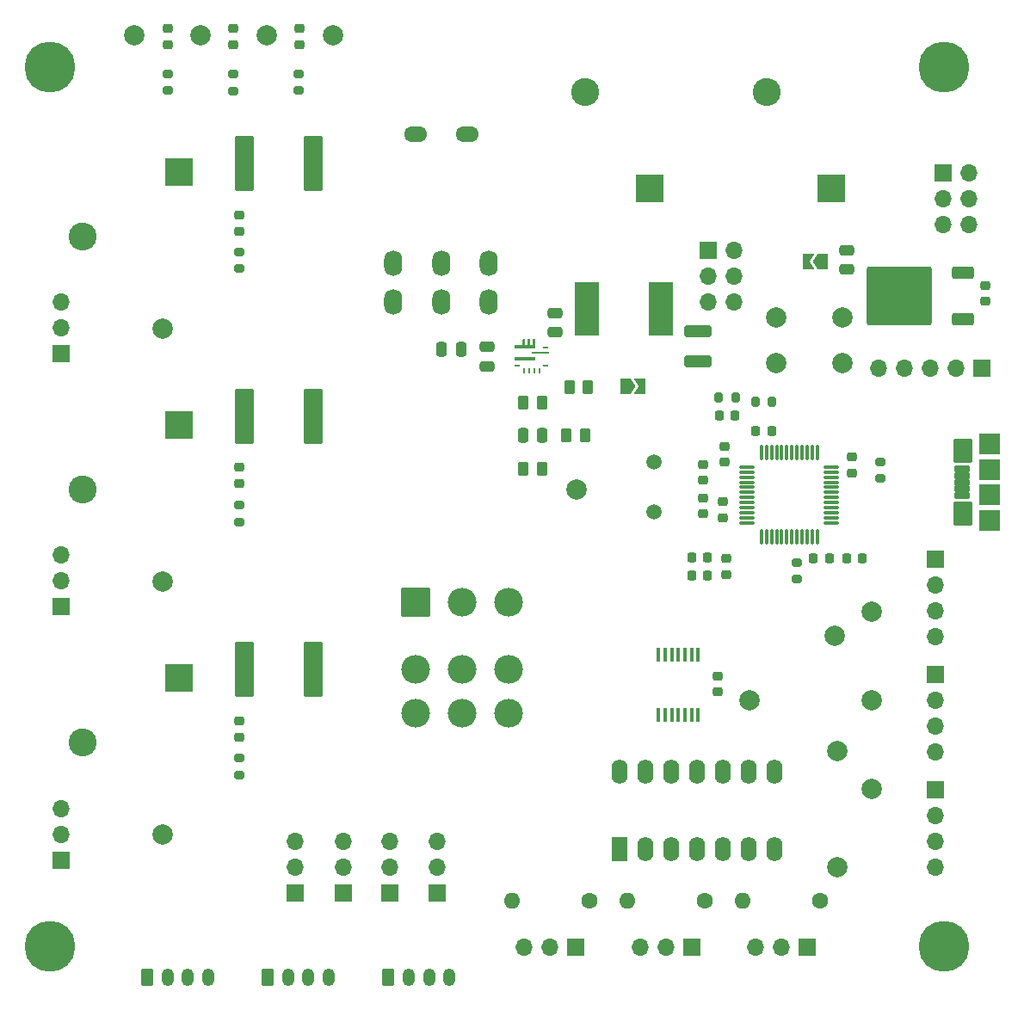
<source format=gbr>
%TF.GenerationSoftware,KiCad,Pcbnew,8.0.0*%
%TF.CreationDate,2024-04-09T16:31:16-05:00*%
%TF.ProjectId,MainBoardv2,4d61696e-426f-4617-9264-76322e6b6963,rev?*%
%TF.SameCoordinates,Original*%
%TF.FileFunction,Soldermask,Top*%
%TF.FilePolarity,Negative*%
%FSLAX46Y46*%
G04 Gerber Fmt 4.6, Leading zero omitted, Abs format (unit mm)*
G04 Created by KiCad (PCBNEW 8.0.0) date 2024-04-09 16:31:16*
%MOMM*%
%LPD*%
G01*
G04 APERTURE LIST*
G04 Aperture macros list*
%AMRoundRect*
0 Rectangle with rounded corners*
0 $1 Rounding radius*
0 $2 $3 $4 $5 $6 $7 $8 $9 X,Y pos of 4 corners*
0 Add a 4 corners polygon primitive as box body*
4,1,4,$2,$3,$4,$5,$6,$7,$8,$9,$2,$3,0*
0 Add four circle primitives for the rounded corners*
1,1,$1+$1,$2,$3*
1,1,$1+$1,$4,$5*
1,1,$1+$1,$6,$7*
1,1,$1+$1,$8,$9*
0 Add four rect primitives between the rounded corners*
20,1,$1+$1,$2,$3,$4,$5,0*
20,1,$1+$1,$4,$5,$6,$7,0*
20,1,$1+$1,$6,$7,$8,$9,0*
20,1,$1+$1,$8,$9,$2,$3,0*%
%AMFreePoly0*
4,1,6,1.000000,0.000000,0.500000,-0.750000,-0.500000,-0.750000,-0.500000,0.750000,0.500000,0.750000,1.000000,0.000000,1.000000,0.000000,$1*%
%AMFreePoly1*
4,1,6,0.500000,-0.750000,-0.650000,-0.750000,-0.150000,0.000000,-0.650000,0.750000,0.500000,0.750000,0.500000,-0.750000,0.500000,-0.750000,$1*%
%AMFreePoly2*
4,1,23,1.050001,-0.200000,0.225001,-0.200000,0.225001,-0.699998,0.175001,-0.749998,0.025001,-0.749998,-0.024999,-0.699998,-0.024999,-0.200000,-0.274998,-0.200000,-0.274998,-0.699998,-0.324998,-0.749998,-0.474998,-0.749998,-0.524998,-0.699998,-0.524998,-0.200000,-0.775000,-0.200000,-0.775000,-0.699998,-0.825000,-0.749998,-0.975000,-0.749998,-1.025000,-0.699998,-1.025000,-0.200000,-1.050000,-0.200000,
-1.050000,0.199999,1.050001,0.199999,1.050001,-0.200000,1.050001,-0.200000,$1*%
G04 Aperture macros list end*
%ADD10C,2.000000*%
%ADD11RoundRect,0.200000X-0.275000X0.200000X-0.275000X-0.200000X0.275000X-0.200000X0.275000X0.200000X0*%
%ADD12R,1.700000X1.700000*%
%ADD13O,1.700000X1.700000*%
%ADD14RoundRect,0.250000X0.250000X0.475000X-0.250000X0.475000X-0.250000X-0.475000X0.250000X-0.475000X0*%
%ADD15RoundRect,0.225000X0.225000X0.250000X-0.225000X0.250000X-0.225000X-0.250000X0.225000X-0.250000X0*%
%ADD16C,5.000000*%
%ADD17RoundRect,0.102000X1.314450X1.314450X-1.314450X1.314450X-1.314450X-1.314450X1.314450X-1.314450X0*%
%ADD18C,2.832900*%
%ADD19C,1.500000*%
%ADD20RoundRect,0.218750X0.256250X-0.218750X0.256250X0.218750X-0.256250X0.218750X-0.256250X-0.218750X0*%
%ADD21RoundRect,0.200000X-0.200000X-0.275000X0.200000X-0.275000X0.200000X0.275000X-0.200000X0.275000X0*%
%ADD22RoundRect,0.250000X-0.350000X-0.625000X0.350000X-0.625000X0.350000X0.625000X-0.350000X0.625000X0*%
%ADD23O,1.200000X1.750000*%
%ADD24RoundRect,0.102000X-1.275000X1.275000X-1.275000X-1.275000X1.275000X-1.275000X1.275000X1.275000X0*%
%ADD25C,2.754000*%
%ADD26RoundRect,0.225000X-0.225000X-0.250000X0.225000X-0.250000X0.225000X0.250000X-0.225000X0.250000X0*%
%ADD27RoundRect,0.225000X0.250000X-0.225000X0.250000X0.225000X-0.250000X0.225000X-0.250000X-0.225000X0*%
%ADD28RoundRect,0.250000X0.850000X0.350000X-0.850000X0.350000X-0.850000X-0.350000X0.850000X-0.350000X0*%
%ADD29RoundRect,0.249997X2.950003X2.650003X-2.950003X2.650003X-2.950003X-2.650003X2.950003X-2.650003X0*%
%ADD30RoundRect,0.250000X-0.262500X-0.450000X0.262500X-0.450000X0.262500X0.450000X-0.262500X0.450000X0*%
%ADD31RoundRect,0.075000X-0.662500X-0.075000X0.662500X-0.075000X0.662500X0.075000X-0.662500X0.075000X0*%
%ADD32RoundRect,0.075000X-0.075000X-0.662500X0.075000X-0.662500X0.075000X0.662500X-0.075000X0.662500X0*%
%ADD33RoundRect,0.250000X0.262500X0.450000X-0.262500X0.450000X-0.262500X-0.450000X0.262500X-0.450000X0*%
%ADD34C,1.600000*%
%ADD35O,1.600000X1.600000*%
%ADD36FreePoly0,180.000000*%
%ADD37FreePoly1,180.000000*%
%ADD38RoundRect,0.225000X-0.250000X0.225000X-0.250000X-0.225000X0.250000X-0.225000X0.250000X0.225000X0*%
%ADD39R,1.600000X2.400000*%
%ADD40O,1.600000X2.400000*%
%ADD41R,2.413000X5.334000*%
%ADD42R,0.355600X1.409700*%
%ADD43RoundRect,0.250000X-1.100000X0.325000X-1.100000X-0.325000X1.100000X-0.325000X1.100000X0.325000X0*%
%ADD44RoundRect,0.102000X1.275000X1.275000X-1.275000X1.275000X-1.275000X-1.275000X1.275000X-1.275000X0*%
%ADD45RoundRect,0.250000X0.475000X-0.250000X0.475000X0.250000X-0.475000X0.250000X-0.475000X-0.250000X0*%
%ADD46RoundRect,0.250000X-0.712500X-2.475000X0.712500X-2.475000X0.712500X2.475000X-0.712500X2.475000X0*%
%ADD47O,1.778000X2.540000*%
%ADD48O,2.286000X1.524000*%
%ADD49RoundRect,0.250000X-0.475000X0.250000X-0.475000X-0.250000X0.475000X-0.250000X0.475000X0.250000X0*%
%ADD50FreePoly0,0.000000*%
%ADD51FreePoly1,0.000000*%
%ADD52RoundRect,0.200000X0.200000X0.275000X-0.200000X0.275000X-0.200000X-0.275000X0.200000X-0.275000X0*%
%ADD53R,0.249999X0.599999*%
%ADD54R,0.599999X0.249999*%
%ADD55R,1.699999X0.249999*%
%ADD56FreePoly2,180.000000*%
%ADD57R,2.100001X0.399999*%
%ADD58RoundRect,0.102000X0.675000X-0.200000X0.675000X0.200000X-0.675000X0.200000X-0.675000X-0.200000X0*%
%ADD59RoundRect,0.102000X0.800000X-1.050000X0.800000X1.050000X-0.800000X1.050000X-0.800000X-1.050000X0*%
%ADD60RoundRect,0.102000X0.950000X-0.900000X0.950000X0.900000X-0.950000X0.900000X-0.950000X-0.900000X0*%
%ADD61RoundRect,0.102000X0.950000X-0.950000X0.950000X0.950000X-0.950000X0.950000X-0.950000X-0.950000X0*%
G04 APERTURE END LIST*
D10*
%TO.C,TP3*%
X174000000Y-109200000D03*
%TD*%
D11*
%TO.C,R9*%
X115380000Y-96375000D03*
X115380000Y-98025000D03*
%TD*%
D12*
%TO.C,J9*%
X183875000Y-124380000D03*
D13*
X183875000Y-126920000D03*
X183875000Y-129460000D03*
X183875000Y-132000000D03*
%TD*%
D14*
%TO.C,Cin1*%
X137200000Y-81000000D03*
X135300000Y-81000000D03*
%TD*%
D15*
%TO.C,C3*%
X161475000Y-103250000D03*
X159925000Y-103250000D03*
%TD*%
D16*
%TO.C,H2*%
X184750000Y-53250000D03*
%TD*%
%TO.C,H3*%
X96750000Y-139750000D03*
%TD*%
D17*
%TO.C,SW3*%
X132705200Y-105946800D03*
D18*
X137302600Y-105946800D03*
X141900000Y-105946800D03*
X132705200Y-112500000D03*
X137302600Y-112500000D03*
X141900000Y-112500000D03*
X132705200Y-116868800D03*
X137302600Y-116868800D03*
X141900000Y-116868800D03*
%TD*%
D19*
%TO.C,Y1*%
X156175000Y-92150000D03*
X156175000Y-97030000D03*
%TD*%
D10*
%TO.C,TP5*%
X177600000Y-115600000D03*
%TD*%
D11*
%TO.C,R3*%
X108325001Y-53905000D03*
X108325001Y-55555000D03*
%TD*%
D15*
%TO.C,C6*%
X173450000Y-101600000D03*
X171900000Y-101600000D03*
%TD*%
D16*
%TO.C,H1*%
X96750000Y-53250000D03*
%TD*%
D20*
%TO.C,D3*%
X108325001Y-51017500D03*
X108325001Y-49442500D03*
%TD*%
D21*
%TO.C,R5*%
X162550000Y-85800000D03*
X164200000Y-85800000D03*
%TD*%
D12*
%TO.C,J11*%
X134900000Y-134500000D03*
D13*
X134900000Y-131960000D03*
X134900000Y-129420000D03*
%TD*%
D22*
%TO.C,J15*%
X118200000Y-142800000D03*
D23*
X120200000Y-142800000D03*
X122200000Y-142800000D03*
X124200000Y-142800000D03*
%TD*%
D12*
%TO.C,J13*%
X97875000Y-106375000D03*
D13*
X97875000Y-103835000D03*
X97875000Y-101295000D03*
%TD*%
D12*
%TO.C,J17*%
X125600000Y-134500000D03*
D13*
X125600000Y-131960000D03*
X125600000Y-129420000D03*
%TD*%
D12*
%TO.C,J3*%
X161560000Y-71320000D03*
D13*
X164100000Y-71320000D03*
X161560000Y-73860000D03*
X164100000Y-73860000D03*
X161560000Y-76400000D03*
X164100000Y-76400000D03*
%TD*%
D12*
%TO.C,J1*%
X184660000Y-63660000D03*
D13*
X187200000Y-63660000D03*
X184660000Y-66200000D03*
X187200000Y-66200000D03*
X184660000Y-68740000D03*
X187200000Y-68740000D03*
%TD*%
D10*
%TO.C,TP4*%
X177600000Y-106800000D03*
%TD*%
D24*
%TO.C,J20*%
X109462500Y-63575000D03*
D25*
X99962500Y-69925000D03*
%TD*%
D12*
%TO.C,J24*%
X159905000Y-139900000D03*
D13*
X157365000Y-139900000D03*
X154825000Y-139900000D03*
%TD*%
D22*
%TO.C,J12*%
X106325000Y-142800000D03*
D23*
X108325000Y-142800000D03*
X110325000Y-142800000D03*
X112325000Y-142800000D03*
%TD*%
D26*
%TO.C,C8*%
X175125000Y-101600000D03*
X176675000Y-101600000D03*
%TD*%
D27*
%TO.C,C4*%
X163175000Y-92125000D03*
X163175000Y-90575000D03*
%TD*%
D12*
%TO.C,J19*%
X120900000Y-134500000D03*
D13*
X120900000Y-131960000D03*
X120900000Y-129420000D03*
%TD*%
D28*
%TO.C,U1*%
X186600000Y-78060000D03*
D29*
X180300000Y-75780000D03*
D28*
X186600000Y-73500000D03*
%TD*%
D30*
%TO.C,Rpg1*%
X147887500Y-84750000D03*
X149712500Y-84750000D03*
%TD*%
D10*
%TO.C,TP13*%
X107875000Y-78950000D03*
%TD*%
D31*
%TO.C,U2*%
X165350000Y-92600000D03*
X165350000Y-93100000D03*
X165350000Y-93600000D03*
X165350000Y-94100000D03*
X165350000Y-94600000D03*
X165350000Y-95100000D03*
X165350000Y-95600000D03*
X165350000Y-96100000D03*
X165350000Y-96600000D03*
X165350000Y-97100000D03*
X165350000Y-97600000D03*
X165350000Y-98100000D03*
D32*
X166762500Y-99512500D03*
X167262500Y-99512500D03*
X167762500Y-99512500D03*
X168262500Y-99512500D03*
X168762500Y-99512500D03*
X169262500Y-99512500D03*
X169762500Y-99512500D03*
X170262500Y-99512500D03*
X170762500Y-99512500D03*
X171262500Y-99512500D03*
X171762500Y-99512500D03*
X172262500Y-99512500D03*
D31*
X173675000Y-98100000D03*
X173675000Y-97600000D03*
X173675000Y-97100000D03*
X173675000Y-96600000D03*
X173675000Y-96100000D03*
X173675000Y-95600000D03*
X173675000Y-95100000D03*
X173675000Y-94600000D03*
X173675000Y-94100000D03*
X173675000Y-93600000D03*
X173675000Y-93100000D03*
X173675000Y-92600000D03*
D32*
X172262500Y-91187500D03*
X171762500Y-91187500D03*
X171262500Y-91187500D03*
X170762500Y-91187500D03*
X170262500Y-91187500D03*
X169762500Y-91187500D03*
X169262500Y-91187500D03*
X168762500Y-91187500D03*
X168262500Y-91187500D03*
X167762500Y-91187500D03*
X167262500Y-91187500D03*
X166762500Y-91187500D03*
%TD*%
D12*
%TO.C,J23*%
X148530000Y-139900000D03*
D13*
X145990000Y-139900000D03*
X143450000Y-139900000D03*
%TD*%
D15*
%TO.C,C2*%
X161475000Y-101500000D03*
X159925000Y-101500000D03*
%TD*%
D10*
%TO.C,TP9*%
X174200000Y-120600000D03*
%TD*%
D11*
%TO.C,R2*%
X114825000Y-53942500D03*
X114825000Y-55592500D03*
%TD*%
D33*
%TO.C,Rfbb1*%
X145162500Y-86250000D03*
X143337500Y-86250000D03*
%TD*%
D12*
%TO.C,J10*%
X97875000Y-81475000D03*
D13*
X97875000Y-78935000D03*
X97875000Y-76395000D03*
%TD*%
D34*
%TO.C,R13*%
X172565000Y-135300000D03*
D35*
X164945000Y-135300000D03*
%TD*%
D20*
%TO.C,D4*%
X115400000Y-69387500D03*
X115400000Y-67812500D03*
%TD*%
%TO.C,D5*%
X115420000Y-94187500D03*
X115420000Y-92612500D03*
%TD*%
D36*
%TO.C,JP2*%
X172825000Y-72400000D03*
D37*
X171375000Y-72400000D03*
%TD*%
D10*
%TO.C,TP11*%
X107875000Y-128750000D03*
%TD*%
D38*
%TO.C,C5*%
X175675000Y-91625000D03*
X175675000Y-93175000D03*
%TD*%
%TO.C,C13*%
X161000000Y-92375000D03*
X161000000Y-93925000D03*
%TD*%
D12*
%TO.C,J8*%
X183875000Y-113040000D03*
D13*
X183875000Y-115580000D03*
X183875000Y-118120000D03*
X183875000Y-120660000D03*
%TD*%
D10*
%TO.C,TP15*%
X148600000Y-94800000D03*
%TD*%
D34*
%TO.C,R11*%
X149815000Y-135300000D03*
D35*
X142195000Y-135300000D03*
%TD*%
D39*
%TO.C,U4*%
X152800000Y-130200000D03*
D40*
X155340000Y-130200000D03*
X157880000Y-130200000D03*
X160420000Y-130200000D03*
X162960000Y-130200000D03*
X165500000Y-130200000D03*
X168040000Y-130200000D03*
X168040000Y-122580000D03*
X165500000Y-122580000D03*
X162960000Y-122580000D03*
X160420000Y-122580000D03*
X157880000Y-122580000D03*
X155340000Y-122580000D03*
X152800000Y-122580000D03*
%TD*%
D10*
%TO.C,SW1*%
X168250000Y-77850000D03*
X174750000Y-77850000D03*
X168250000Y-82350000D03*
X174750000Y-82350000D03*
%TD*%
%TO.C,TP12*%
X107875000Y-103850000D03*
%TD*%
D41*
%TO.C,L1*%
X149630500Y-77000000D03*
X156869500Y-77000000D03*
%TD*%
D27*
%TO.C,C12*%
X161000000Y-97175000D03*
X161000000Y-95625000D03*
%TD*%
D10*
%TO.C,TP7*%
X105075002Y-50150000D03*
%TD*%
D12*
%TO.C,J25*%
X171280000Y-139900000D03*
D13*
X168740000Y-139900000D03*
X166200000Y-139900000D03*
%TD*%
D10*
%TO.C,TP1*%
X118075001Y-50150000D03*
%TD*%
D42*
%TO.C,U5*%
X156650070Y-117000000D03*
X157300056Y-117000000D03*
X157950042Y-117000000D03*
X158600028Y-117000000D03*
X159250014Y-117000000D03*
X159900000Y-117000000D03*
X160549986Y-117000000D03*
X160549986Y-111094500D03*
X159900000Y-111094500D03*
X159250014Y-111094500D03*
X158600028Y-111094500D03*
X157950042Y-111094500D03*
X157300056Y-111094500D03*
X156650070Y-111094500D03*
%TD*%
D12*
%TO.C,J4*%
X188450000Y-82900000D03*
D13*
X185910000Y-82900000D03*
X183370000Y-82900000D03*
X180830000Y-82900000D03*
X178290000Y-82900000D03*
%TD*%
D20*
%TO.C,D6*%
X115420000Y-119187500D03*
X115420000Y-117612500D03*
%TD*%
D43*
%TO.C,Cout1*%
X160500000Y-79275000D03*
X160500000Y-82225000D03*
%TD*%
D44*
%TO.C,J7*%
X173650000Y-65200000D03*
D25*
X167300000Y-55700000D03*
%TD*%
D11*
%TO.C,R1*%
X121250000Y-53925000D03*
X121250000Y-55575000D03*
%TD*%
D34*
%TO.C,R12*%
X161190000Y-135300000D03*
D35*
X153570000Y-135300000D03*
%TD*%
D16*
%TO.C,H4*%
X184750000Y-139750000D03*
%TD*%
D44*
%TO.C,J5*%
X155805000Y-65200000D03*
D25*
X149455000Y-55700000D03*
%TD*%
D45*
%TO.C,Cboot1*%
X146500000Y-79350000D03*
X146500000Y-77450000D03*
%TD*%
D24*
%TO.C,J21*%
X109462500Y-88475000D03*
D25*
X99962500Y-94825000D03*
%TD*%
D12*
%TO.C,J16*%
X97875000Y-131275000D03*
D13*
X97875000Y-128735000D03*
X97875000Y-126195000D03*
%TD*%
D10*
%TO.C,TP2*%
X124575002Y-50150000D03*
%TD*%
D46*
%TO.C,F3*%
X115862500Y-112530000D03*
X122637500Y-112530000D03*
%TD*%
D38*
%TO.C,C14*%
X162500028Y-113172250D03*
X162500028Y-114722250D03*
%TD*%
D12*
%TO.C,J6*%
X183875000Y-101700000D03*
D13*
X183875000Y-104240000D03*
X183875000Y-106780000D03*
X183875000Y-109320000D03*
%TD*%
D11*
%TO.C,R4*%
X178500000Y-92075000D03*
X178500000Y-93725000D03*
%TD*%
D22*
%TO.C,J18*%
X130075000Y-142800000D03*
D23*
X132075000Y-142800000D03*
X134075000Y-142800000D03*
X136075000Y-142800000D03*
%TD*%
D47*
%TO.C,SW2*%
X139959000Y-76375000D03*
X135260000Y-76375000D03*
X130561000Y-76375000D03*
X139959000Y-72565000D03*
X135260000Y-72565000D03*
X130561000Y-72565000D03*
D48*
X137800000Y-59865000D03*
X132720000Y-59865000D03*
%TD*%
D49*
%TO.C,Cinx1*%
X139750000Y-80800000D03*
X139750000Y-82700000D03*
%TD*%
D20*
%TO.C,D2*%
X114825000Y-51017500D03*
X114825000Y-49442500D03*
%TD*%
D10*
%TO.C,TP14*%
X165600000Y-115600000D03*
%TD*%
D50*
%TO.C,JP1*%
X153400000Y-84700000D03*
D51*
X154850000Y-84700000D03*
%TD*%
D10*
%TO.C,TP8*%
X111575001Y-50150000D03*
%TD*%
D14*
%TO.C,Cff1*%
X145200000Y-89500000D03*
X143300000Y-89500000D03*
%TD*%
D38*
%TO.C,C9*%
X188800000Y-74725000D03*
X188800000Y-76275000D03*
%TD*%
D10*
%TO.C,TP10*%
X174200000Y-132000000D03*
%TD*%
D24*
%TO.C,J22*%
X109462500Y-113375000D03*
D25*
X99962500Y-119725000D03*
%TD*%
D46*
%TO.C,F2*%
X115862500Y-87630000D03*
X122637500Y-87630000D03*
%TD*%
D11*
%TO.C,R7*%
X170250000Y-101975000D03*
X170250000Y-103625000D03*
%TD*%
%TO.C,R8*%
X115380000Y-71445000D03*
X115380000Y-73095000D03*
%TD*%
%TO.C,R10*%
X115380000Y-121245000D03*
X115380000Y-122895000D03*
%TD*%
D52*
%TO.C,R6*%
X167825000Y-86200000D03*
X166175000Y-86200000D03*
%TD*%
D45*
%TO.C,C10*%
X175200000Y-73150000D03*
X175200000Y-71250000D03*
%TD*%
D12*
%TO.C,J14*%
X130233334Y-134500000D03*
D13*
X130233334Y-131960000D03*
X130233334Y-129420000D03*
%TD*%
D15*
%TO.C,C11*%
X164175000Y-87500000D03*
X162625000Y-87500000D03*
%TD*%
D53*
%TO.C,U3*%
X143399998Y-83100001D03*
X143899999Y-83100001D03*
X144399999Y-83100001D03*
X144899997Y-83100001D03*
D54*
X145549999Y-82630002D03*
D55*
X145000000Y-81330002D03*
D54*
X145549999Y-80830000D03*
D56*
X143500000Y-80750000D03*
D57*
X143500000Y-81910001D03*
D54*
X142749999Y-82630002D03*
%TD*%
D30*
%TO.C,Rff1*%
X147587500Y-89500000D03*
X149412500Y-89500000D03*
%TD*%
D20*
%TO.C,FB1*%
X163300000Y-103187500D03*
X163300000Y-101612500D03*
%TD*%
D30*
%TO.C,Rfbt1*%
X143337500Y-92750000D03*
X145162500Y-92750000D03*
%TD*%
D10*
%TO.C,TP6*%
X177600000Y-124300000D03*
%TD*%
D46*
%TO.C,F1*%
X115862500Y-62730000D03*
X122637500Y-62730000D03*
%TD*%
D26*
%TO.C,C7*%
X166225000Y-89100000D03*
X167775000Y-89100000D03*
%TD*%
D58*
%TO.C,J2*%
X186500000Y-95400000D03*
X186500000Y-94750000D03*
X186500000Y-94100000D03*
X186500000Y-93450000D03*
X186500000Y-92800000D03*
D59*
X186625000Y-97200000D03*
X186625000Y-91000000D03*
D60*
X189175000Y-97900000D03*
D61*
X189175000Y-95300000D03*
X189175000Y-92900000D03*
D60*
X189175000Y-90300000D03*
%TD*%
D20*
%TO.C,D1*%
X121305000Y-51017500D03*
X121305000Y-49442500D03*
%TD*%
D27*
%TO.C,C1*%
X163000000Y-97575000D03*
X163000000Y-96025000D03*
%TD*%
M02*

</source>
